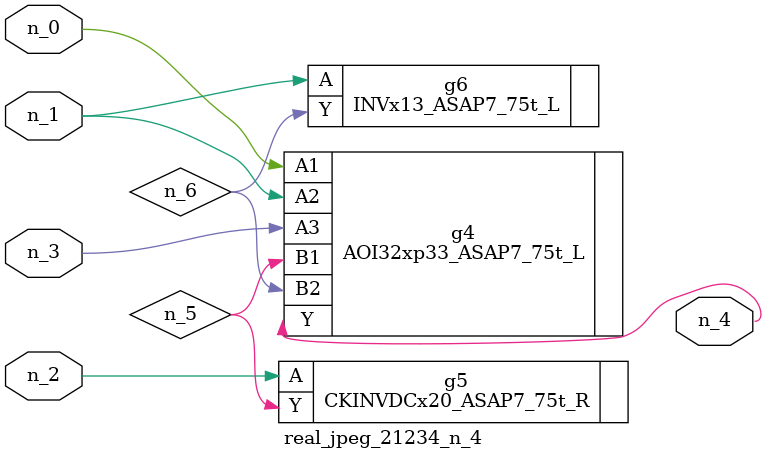
<source format=v>
module real_jpeg_21234_n_4 (n_3, n_1, n_0, n_2, n_4);

input n_3;
input n_1;
input n_0;
input n_2;

output n_4;

wire n_5;
wire n_6;

AOI32xp33_ASAP7_75t_L g4 ( 
.A1(n_0),
.A2(n_1),
.A3(n_3),
.B1(n_5),
.B2(n_6),
.Y(n_4)
);

INVx13_ASAP7_75t_L g6 ( 
.A(n_1),
.Y(n_6)
);

CKINVDCx20_ASAP7_75t_R g5 ( 
.A(n_2),
.Y(n_5)
);


endmodule
</source>
